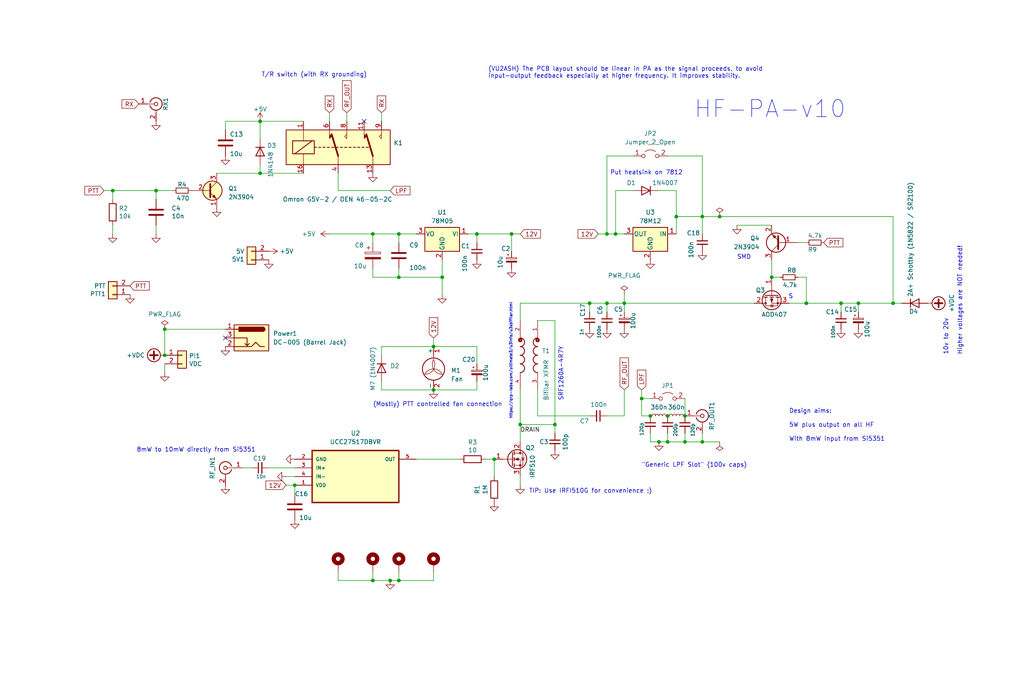
<source format=kicad_sch>
(kicad_sch (version 20230121) (generator eeschema)
  (paper "User" 299.999 200)
  (title_block (title "Easy-PA-With-TR-Switch") (date "2023-08-27") (rev "v1.11") (company "Author: Dhiru Kholia (VU3CER)") (comment 1 "Designed for https://github.com/kholia/Easy-Digital-Beacons-v1 project") (comment 2 "Motivation: We need usable power on the 10m band!") (comment 3 "Based on designs from Henning Paul"))
  (lib_symbols
    (symbol "+VDC_1" (power) (pin_names (offset 0))
      (property "Value" "+VDC_1" (at 0 6.35 0))
      (symbol "+VDC_1_1_1"
        (pin power_in line (at 0 0 90) (length 0) hide (name "+VDC") (number "1"))
      )
    )
    (symbol "Connector:Barrel_Jack_Switch" (pin_names hide)
      (property "Reference" "J" (at 0 5.334 0))
      (property "Value" "Barrel_Jack_Switch" (at 0 -5.08 0))
      (symbol "Barrel_Jack_Switch_1_1"
        (pin passive line (at 7.62 2.54 180) (length 2.54) (name "~") (number "1"))
        (pin passive line (at 7.62 -2.54 180) (length 2.54) (name "~") (number "2"))
        (pin passive line (at 7.62 0 180) (length 2.54) (name "~") (number "3"))
      )
    )
    (symbol "Connector:Conn_Coaxial" (pin_names (offset 1.016) hide)
      (property "Reference" "J" (at 0.254 3.048 0))
      (property "Value" "Conn_Coaxial" (at 2.921 0 90))
      (symbol "Conn_Coaxial_1_1"
        (pin passive line (at -5.08 0 0) (length 2.54) (name "In") (number "1"))
        (pin passive line (at 0 -5.08 90) (length 2.54) (name "Ext") (number "2"))
      )
    )
    (symbol "Connector_Generic:Conn_01x02" (pin_names (offset 1.016) hide)
      (property "Reference" "J" (at 0 2.54 0))
      (property "Value" "Conn_01x02" (at 0 -5.08 0))
      (symbol "Conn_01x02_1_1"
        (pin passive line (at -5.08 0 0) (length 3.81) (name "Pin_1") (number "1"))
        (pin passive line (at -5.08 -2.54 0) (length 3.81) (name "Pin_2") (number "2"))
      )
    )
    (symbol "Device:C" (pin_numbers hide) (pin_names (offset 0.254))
      (property "Reference" "C" (at 0.635 2.54 0))
      (property "Value" "C" (at 0.635 -2.54 0))
      (symbol "C_1_1"
        (pin passive line (at 0 3.81 270) (length 2.794) (name "~") (number "1"))
        (pin passive line (at 0 -3.81 90) (length 2.794) (name "~") (number "2"))
      )
    )
    (symbol "Device:C_Polarized" (pin_numbers hide) (pin_names (offset 0.254))
      (property "Reference" "C" (at 0.635 2.54 0))
      (property "Value" "C_Polarized" (at 0.635 -2.54 0))
      (symbol "C_Polarized_1_1"
        (pin passive line (at 0 3.81 270) (length 2.794) (name "~") (number "1"))
        (pin passive line (at 0 -3.81 90) (length 2.794) (name "~") (number "2"))
      )
    )
    (symbol "Device:C_Polarized_Small" (pin_numbers hide) (pin_names (offset 0.254) hide)
      (property "Reference" "C" (at 0.254 1.778 0))
      (property "Value" "C_Polarized_Small" (at 0.254 -2.032 0))
      (symbol "C_Polarized_Small_1_1"
        (pin passive line (at 0 2.54 270) (length 1.8542) (name "~") (number "1"))
        (pin passive line (at 0 -2.54 90) (length 1.8542) (name "~") (number "2"))
      )
    )
    (symbol "Device:C_Small" (pin_numbers hide) (pin_names (offset 0.254) hide)
      (property "Reference" "C" (at 0.254 1.778 0))
      (property "Value" "C_Small" (at 0.254 -2.032 0))
      (symbol "C_Small_1_1"
        (pin passive line (at 0 2.54 270) (length 2.032) (name "~") (number "1"))
        (pin passive line (at 0 -2.54 90) (length 2.032) (name "~") (number "2"))
      )
    )
    (symbol "Device:D" (pin_numbers hide) (pin_names (offset 1.016) hide)
      (property "Reference" "D" (at 0 2.54 0))
      (property "Value" "D" (at 0 -2.54 0))
      (symbol "D_1_1"
        (pin passive line (at -3.81 0 0) (length 2.54) (name "K") (number "1"))
        (pin passive line (at 3.81 0 180) (length 2.54) (name "A") (number "2"))
      )
    )
    (symbol "Device:L_Small" (pin_numbers hide) (pin_names (offset 0.254) hide)
      (property "Reference" "L" (at 0.762 1.016 0))
      (property "Value" "L_Small" (at 0.762 -1.016 0))
      (symbol "L_Small_1_1"
        (pin passive line (at 0 2.54 270) (length 0.508) (name "~") (number "1"))
        (pin passive line (at 0 -2.54 90) (length 0.508) (name "~") (number "2"))
      )
    )
    (symbol "Device:R" (pin_numbers hide) (pin_names (offset 0))
      (property "Reference" "R" (at 2.032 0 90))
      (property "Value" "R" (at 0 0 90))
      (symbol "R_1_1"
        (pin passive line (at 0 3.81 270) (length 1.27) (name "~") (number "1"))
        (pin passive line (at 0 -3.81 90) (length 1.27) (name "~") (number "2"))
      )
    )
    (symbol "Device:R_Small" (pin_numbers hide) (pin_names (offset 0.254) hide)
      (property "Reference" "R" (at 0.762 0.508 0))
      (property "Value" "R_Small" (at 0.762 -1.016 0))
      (symbol "R_Small_1_1"
        (pin passive line (at 0 2.54 270) (length 0.762) (name "~") (number "1"))
        (pin passive line (at 0 -2.54 90) (length 0.762) (name "~") (number "2"))
      )
    )
    (symbol "Diode:1N4007" (pin_numbers hide) (pin_names hide)
      (property "Reference" "D" (at 0 2.54 0))
      (property "Value" "1N4007" (at 0 -2.54 0))
      (symbol "1N4007_1_1"
        (pin passive line (at -3.81 0 0) (length 2.54) (name "K") (number "1"))
        (pin passive line (at 3.81 0 180) (length 2.54) (name "A") (number "2"))
      )
    )
    (symbol "Diode:1N4148" (pin_numbers hide) (pin_names hide)
      (property "Reference" "D" (at 0 2.54 0))
      (property "Value" "1N4148" (at 0 -2.54 0))
      (property "Sim.Device" "D" (at 0 0 0))
      (property "Sim.Pins" "1=K 2=A" (at 0 0 0))
      (symbol "1N4148_1_1"
        (pin passive line (at -3.81 0 0) (length 2.54) (name "K") (number "1"))
        (pin passive line (at 3.81 0 180) (length 2.54) (name "A") (number "2"))
      )
    )
    (symbol "Jumper:Jumper_2_Open" (pin_names (offset 0) hide)
      (property "Reference" "JP" (at 0 2.794 0))
      (property "Value" "Jumper_2_Open" (at 0 -2.286 0))
      (symbol "Jumper_2_Open_1_1"
        (pin passive line (at -5.08 0 0) (length 2.54) (name "A") (number "1"))
        (pin passive line (at 5.08 0 180) (length 2.54) (name "B") (number "2"))
      )
    )
    (symbol "Mechanical:MountingHole_Pad" (pin_numbers hide) (pin_names (offset 1.016) hide)
      (property "Reference" "H" (at 0 6.35 0))
      (property "Value" "MountingHole_Pad" (at 0 4.445 0))
      (symbol "MountingHole_Pad_1_1"
        (pin input line (at 0 -2.54 90) (length 2.54) (name "1") (number "1"))
      )
    )
    (symbol "Motor:Fan" (pin_names (offset 0))
      (property "Reference" "M" (at 2.54 5.08 0))
      (property "Value" "Fan" (at 2.54 -2.54 0))
      (symbol "Fan_1_1"
        (pin passive line (at 0 7.62 270) (length 2.54) (name "+") (number "1"))
        (pin passive line (at 0 -5.08 90) (length 2.54) (name "-") (number "2"))
      )
    )
    (symbol "PCM_Transistor_BJT_AKL:2N3904" (pin_names hide)
      (property "Reference" "Q" (at 5.08 1.27 0))
      (property "Value" "2N3904" (at 5.08 -1.27 0))
      (symbol "2N3904_1_1"
        (pin passive line (at 2.54 -5.08 90) (length 2.54) (name "E") (number "1"))
        (pin passive line (at -5.08 0 0) (length 5.715) (name "B") (number "2"))
        (pin passive line (at 2.54 5.08 270) (length 2.54) (name "C") (number "3"))
      )
    )
    (symbol "Regulator_Linear:L7812" (pin_names (offset 0.254))
      (property "Reference" "U" (at -3.81 3.175 0))
      (property "Value" "L7812" (at 0 3.175 0))
      (symbol "L7812_1_1"
        (pin power_in line (at -7.62 0 0) (length 2.54) (name "IN") (number "1"))
        (pin power_in line (at 0 -7.62 90) (length 2.54) (name "GND") (number "2"))
        (pin power_out line (at 7.62 0 180) (length 2.54) (name "OUT") (number "3"))
      )
    )
    (symbol "Regulator_Linear:LM78M05_TO252" (pin_names (offset 0.254))
      (property "Reference" "U" (at -3.81 3.175 0))
      (property "Value" "LM78M05_TO252" (at 0 3.175 0))
      (symbol "LM78M05_TO252_1_1"
        (pin power_in line (at -7.62 0 0) (length 2.54) (name "VI") (number "1"))
        (pin power_in line (at 0 -7.62 90) (length 2.54) (name "GND") (number "2"))
        (pin power_out line (at 7.62 0 180) (length 2.54) (name "VO") (number "3"))
      )
    )
    (symbol "Relay:G5V-2"
      (property "Reference" "K" (at 16.51 3.81 0))
      (property "Value" "G5V-2" (at 16.51 1.27 0))
      (symbol "G5V-2_1_1"
        (pin passive line (at -10.16 7.62 270) (length 2.54) (name "~") (number "1"))
        (pin passive line (at 7.62 7.62 270) (length 2.54) (name "~") (number "11"))
        (pin passive line (at 10.16 -7.62 90) (length 2.54) (name "~") (number "13"))
        (pin passive line (at -10.16 -7.62 90) (length 2.54) (name "~") (number "16"))
        (pin passive line (at 0 -7.62 90) (length 2.54) (name "~") (number "4"))
        (pin passive line (at -2.54 7.62 270) (length 2.54) (name "~") (number "6"))
        (pin passive line (at 2.54 7.62 270) (length 2.54) (name "~") (number "8"))
        (pin passive line (at 12.7 7.62 270) (length 2.54) (name "~") (number "9"))
      )
    )
    (symbol "SRF1260A-4R7Y:SRF1260A-4R7Y" (pin_names (offset 1.016))
      (property "Reference" "L" (at -7.631 5.0873 0))
      (property "Value" "SRF1260A-4R7Y" (at -7.6349 -7.6349 0))
      (symbol "SRF1260A-4R7Y_0_0"
        (pin passive line (at -10.16 2.54 0) (length 5.08) (name "~") (number "1"))
        (pin passive line (at -10.16 -2.54 0) (length 5.08) (name "~") (number "2"))
        (pin passive line (at 10.16 2.54 180) (length 5.08) (name "~") (number "3"))
        (pin passive line (at 10.16 -2.54 180) (length 5.08) (name "~") (number "4"))
      )
    )
    (symbol "Transistor_BJT:MMBT3904" (pin_names (offset 0) hide)
      (property "Reference" "Q" (at 5.08 1.905 0))
      (property "Value" "MMBT3904" (at 5.08 0 0))
      (symbol "MMBT3904_1_1"
        (pin input line (at -5.08 0 0) (length 5.715) (name "B") (number "1"))
        (pin passive line (at 2.54 -5.08 90) (length 2.54) (name "E") (number "2"))
        (pin passive line (at 2.54 5.08 270) (length 2.54) (name "C") (number "3"))
      )
    )
    (symbol "Transistor_FET:IRF540N" (pin_names hide)
      (property "Reference" "Q" (at 6.35 1.905 0))
      (property "Value" "IRF540N" (at 6.35 0 0))
      (symbol "IRF540N_1_1"
        (pin input line (at -5.08 0 0) (length 2.54) (name "G") (number "1"))
        (pin passive line (at 2.54 5.08 270) (length 2.54) (name "D") (number "2"))
        (pin passive line (at 2.54 -5.08 90) (length 2.54) (name "S") (number "3"))
      )
    )
    (symbol "Transistor_FET:IRF9540N" (pin_names hide)
      (property "Reference" "Q" (at 5.08 1.905 0))
      (property "Value" "IRF9540N" (at 5.08 0 0))
      (symbol "IRF9540N_1_1"
        (pin input line (at -5.08 0 0) (length 2.54) (name "G") (number "1"))
        (pin passive line (at 2.54 5.08 270) (length 2.54) (name "D") (number "2"))
        (pin passive line (at 2.54 -5.08 90) (length 2.54) (name "S") (number "3"))
      )
    )
    (symbol "UCC27517DBVR:UCC27517DBVR" (pin_names (offset 1.016))
      (property "Reference" "U" (at -12.7 8.62 0))
      (property "Value" "UCC27517DBVR" (at -12.7 -11.62 0))
      (symbol "UCC27517DBVR_0_0"
        (pin input line (at -17.78 -2.54 0) (length 5.08) (name "VDD") (number "1"))
        (pin input line (at -17.78 5.08 0) (length 5.08) (name "GND") (number "2"))
        (pin input line (at -17.78 2.54 0) (length 5.08) (name "IN+") (number "3"))
        (pin input line (at -17.78 0 0) (length 5.08) (name "IN-") (number "4"))
        (pin output line (at 17.78 5.08 180) (length 5.08) (name "OUT") (number "5"))
      )
    )
    (symbol "power:+5V" (power) (pin_names (offset 0))
      (property "Value" "+5V" (at 0 3.556 0))
      (symbol "+5V_1_1"
        (pin power_in line (at 0 0 90) (length 0) hide (name "+5V") (number "1"))
      )
    )
    (symbol "power:+VDC" (power) (pin_names (offset 0))
      (property "Value" "+VDC" (at 0 6.35 0))
      (symbol "+VDC_1_1"
        (pin power_in line (at 0 0 90) (length 0) hide (name "+VDC") (number "1"))
      )
    )
    (symbol "power:GND" (power) (pin_names (offset 0))
      (property "Value" "GND" (at 0 -3.81 0))
      (symbol "GND_1_1"
        (pin power_in line (at 0 0 270) (length 0) hide (name "GND") (number "1"))
      )
    )
    (symbol "power:PWR_FLAG" (power) (pin_numbers hide) (pin_names (offset 0) hide)
      (property "Value" "PWR_FLAG" (at 0 3.81 0))
      (symbol "PWR_FLAG_0_0"
        (pin power_out line (at 0 0 90) (length 0) (name "pwr") (number "1"))
      )
    )
  )
  (junction (at 205.74 129.54))
  (junction (at 193.04 129.54))
  (junction (at 162.56 124.46))
  (junction (at 261.62 88.9))
  (junction (at 187.96 116.84))
  (junction (at 139.7 68.58))
  (junction (at 195.58 129.54))
  (junction (at 86.36 142.24))
  (junction (at 127 101.6))
  (junction (at 246.38 88.9))
  (junction (at 127 114.3))
  (junction (at 210.82 63.5))
  (junction (at 116.84 68.58))
  (junction (at 109.22 68.58))
  (junction (at 45.72 55.88))
  (junction (at 177.8 68.58))
  (junction (at 129.54 81.28))
  (junction (at 109.22 170.18))
  (junction (at 190.5 121.92))
  (junction (at 200.66 121.92))
  (junction (at 236.22 88.9))
  (junction (at 116.84 81.28))
  (junction (at 48.26 104.14))
  (junction (at 195.58 121.92))
  (junction (at 177.8 88.9))
  (junction (at 116.84 170.18))
  (junction (at 114.3 170.18))
  (junction (at 172.72 88.9))
  (junction (at 200.66 129.54))
  (junction (at 144.78 134.62))
  (junction (at 152.4 124.46))
  (junction (at 182.88 88.9))
  (junction (at 251.46 88.9))
  (junction (at 180.34 68.58))
  (junction (at 198.12 63.5))
  (junction (at 33.02 55.88))
  (junction (at 226.06 81.28))
  (junction (at 76.2 50.8))
  (junction (at 48.26 96.52))
  (junction (at 205.74 63.5))
  (junction (at 149.86 68.58))
  (junction (at 76.2 35.56))
  (no_connect (at 66.04 99.06))
  (no_connect (at 106.68 35.56))
  (wire (pts (xy 152.4 88.9) (xy 172.72 88.9)))
  (wire (pts (xy 195.58 45.72) (xy 205.74 45.72)))
  (wire (pts (xy 66.04 35.56) (xy 66.04 38.1)))
  (wire (pts (xy 111.76 33.02) (xy 111.76 35.56)))
  (wire (pts (xy 246.38 88.9) (xy 251.46 88.9)))
  (wire (pts (xy 144.78 139.7) (xy 144.78 134.62)))
  (wire (pts (xy 127 170.18) (xy 127 167.64)))
  (wire (pts (xy 111.76 101.6) (xy 111.76 104.14)))
  (wire (pts (xy 116.84 68.58) (xy 116.84 71.12)))
  (wire (pts (xy 157.48 93.98) (xy 162.56 93.98)))
  (wire (pts (xy 45.72 55.88) (xy 45.72 58.42)))
  (wire (pts (xy 200.66 129.54) (xy 205.74 129.54)))
  (wire (pts (xy 139.7 101.6) (xy 139.7 106.68)))
  (wire (pts (xy 139.7 71.12) (xy 139.7 68.58)))
  (wire (pts (xy 198.12 68.58) (xy 198.12 63.5)))
  (wire (pts (xy 127 101.6) (xy 139.7 101.6)))
  (wire (pts (xy 172.72 88.9) (xy 177.8 88.9)))
  (wire (pts (xy 200.66 127) (xy 200.66 129.54)))
  (wire (pts (xy 45.72 55.88) (xy 50.8 55.88)))
  (wire (pts (xy 157.48 114.3) (xy 157.48 121.92)))
  (wire (pts (xy 210.82 63.5) (xy 261.62 63.5)))
  (wire (pts (xy 177.8 88.9) (xy 177.8 91.44)))
  (wire (pts (xy 226.06 81.28) (xy 228.6 81.28)))
  (wire (pts (xy 109.22 81.28) (xy 116.84 81.28)))
  (wire (pts (xy 251.46 88.9) (xy 251.46 91.44)))
  (wire (pts (xy 48.26 96.52) (xy 48.26 104.14)))
  (wire (pts (xy 86.36 142.24) (xy 86.36 144.78)))
  (wire (pts (xy 111.76 114.3) (xy 127 114.3)))
  (wire (pts (xy 48.26 96.52) (xy 66.04 96.52)))
  (wire (pts (xy 83.82 139.7) (xy 86.36 139.7)))
  (wire (pts (xy 33.02 58.42) (xy 33.02 55.88)))
  (wire (pts (xy 45.72 66.04) (xy 45.72 68.58)))
  (wire (pts (xy 261.62 88.9) (xy 264.16 88.9)))
  (wire (pts (xy 152.4 93.98) (xy 152.4 88.9)))
  (wire (pts (xy 180.34 55.88) (xy 185.42 55.88)))
  (wire (pts (xy 157.48 121.92) (xy 172.72 121.92)))
  (wire (pts (xy 193.04 55.88) (xy 198.12 55.88)))
  (wire (pts (xy 233.68 71.12) (xy 236.22 71.12)))
  (wire (pts (xy 99.06 170.18) (xy 109.22 170.18)))
  (wire (pts (xy 114.3 170.18) (xy 116.84 170.18)))
  (wire (pts (xy 162.56 93.98) (xy 162.56 124.46)))
  (wire (pts (xy 99.06 50.8) (xy 99.06 55.88)))
  (wire (pts (xy 152.4 124.46) (xy 152.4 129.54)))
  (wire (pts (xy 116.84 81.28) (xy 129.54 81.28)))
  (wire (pts (xy 76.2 35.56) (xy 88.9 35.56)))
  (wire (pts (xy 109.22 68.58) (xy 116.84 68.58)))
  (wire (pts (xy 152.4 142.24) (xy 152.4 139.7)))
  (wire (pts (xy 172.72 88.9) (xy 172.72 91.44)))
  (wire (pts (xy 109.22 167.64) (xy 109.22 170.18)))
  (wire (pts (xy 187.96 116.84) (xy 190.5 116.84)))
  (wire (pts (xy 127 99.06) (xy 127 101.6)))
  (wire (pts (xy 193.04 129.54) (xy 195.58 129.54)))
  (wire (pts (xy 182.88 88.9) (xy 220.98 88.9)))
  (wire (pts (xy 99.06 55.88) (xy 114.3 55.88)))
  (wire (pts (xy 205.74 68.58) (xy 205.74 63.5)))
  (wire (pts (xy 127 114.3) (xy 139.7 114.3)))
  (wire (pts (xy 111.76 111.76) (xy 111.76 114.3)))
  (wire (pts (xy 195.58 127) (xy 195.58 129.54)))
  (wire (pts (xy 33.02 55.88) (xy 45.72 55.88)))
  (wire (pts (xy 109.22 71.12) (xy 109.22 68.58)))
  (wire (pts (xy 149.86 68.58) (xy 152.4 68.58)))
  (wire (pts (xy 109.22 81.28) (xy 109.22 78.74)))
  (wire (pts (xy 177.8 45.72) (xy 177.8 68.58)))
  (wire (pts (xy 182.88 88.9) (xy 182.88 91.44)))
  (wire (pts (xy 236.22 88.9) (xy 246.38 88.9)))
  (wire (pts (xy 187.96 116.84) (xy 187.96 121.92)))
  (wire (pts (xy 48.26 109.22) (xy 48.26 106.68)))
  (wire (pts (xy 226.06 76.2) (xy 226.06 81.28)))
  (wire (pts (xy 180.34 55.88) (xy 180.34 68.58)))
  (wire (pts (xy 99.06 167.64) (xy 99.06 170.18)))
  (wire (pts (xy 187.96 121.92) (xy 190.5 121.92)))
  (wire (pts (xy 185.42 45.72) (xy 177.8 45.72)))
  (wire (pts (xy 142.24 134.62) (xy 144.78 134.62)))
  (wire (pts (xy 175.26 68.58) (xy 177.8 68.58)))
  (wire (pts (xy 116.84 78.74) (xy 116.84 81.28)))
  (wire (pts (xy 71.12 137.16) (xy 73.66 137.16)))
  (wire (pts (xy 205.74 129.54) (xy 205.74 127)))
  (wire (pts (xy 121.92 134.62) (xy 134.62 134.62)))
  (wire (pts (xy 116.84 68.58) (xy 121.92 68.58)))
  (wire (pts (xy 152.4 124.46) (xy 162.56 124.46)))
  (wire (pts (xy 111.76 101.6) (xy 127 101.6)))
  (wire (pts (xy 177.8 88.9) (xy 182.88 88.9)))
  (wire (pts (xy 129.54 86.36) (xy 129.54 81.28)))
  (wire (pts (xy 195.58 129.54) (xy 200.66 129.54)))
  (wire (pts (xy 83.82 142.24) (xy 86.36 142.24)))
  (wire (pts (xy 231.14 88.9) (xy 236.22 88.9)))
  (wire (pts (xy 116.84 170.18) (xy 127 170.18)))
  (wire (pts (xy 205.74 63.5) (xy 210.82 63.5)))
  (wire (pts (xy 149.86 68.58) (xy 149.86 73.66)))
  (wire (pts (xy 30.48 55.88) (xy 33.02 55.88)))
  (wire (pts (xy 261.62 63.5) (xy 261.62 88.9)))
  (wire (pts (xy 187.96 114.3) (xy 187.96 116.84)))
  (wire (pts (xy 198.12 63.5) (xy 205.74 63.5)))
  (wire (pts (xy 139.7 68.58) (xy 149.86 68.58)))
  (wire (pts (xy 162.56 124.46) (xy 162.56 127)))
  (wire (pts (xy 251.46 88.9) (xy 261.62 88.9)))
  (wire (pts (xy 101.6 33.02) (xy 101.6 35.56)))
  (wire (pts (xy 78.74 137.16) (xy 86.36 137.16)))
  (wire (pts (xy 236.22 81.28) (xy 236.22 88.9)))
  (wire (pts (xy 205.74 129.54) (xy 210.82 129.54)))
  (wire (pts (xy 33.02 66.04) (xy 33.02 68.58)))
  (wire (pts (xy 76.2 35.56) (xy 76.2 40.64)))
  (wire (pts (xy 182.88 114.3) (xy 182.88 121.92)))
  (wire (pts (xy 180.34 68.58) (xy 182.88 68.58)))
  (wire (pts (xy 190.5 129.54) (xy 193.04 129.54)))
  (wire (pts (xy 177.8 68.58) (xy 180.34 68.58)))
  (wire (pts (xy 198.12 63.5) (xy 198.12 55.88)))
  (wire (pts (xy 109.22 170.18) (xy 114.3 170.18)))
  (wire (pts (xy 96.52 33.02) (xy 96.52 35.56)))
  (wire (pts (xy 76.2 50.8) (xy 76.2 48.26)))
  (wire (pts (xy 205.74 45.72) (xy 205.74 63.5)))
  (wire (pts (xy 76.2 50.8) (xy 88.9 50.8)))
  (wire (pts (xy 139.7 114.3) (xy 139.7 111.76)))
  (wire (pts (xy 96.52 68.58) (xy 109.22 68.58)))
  (wire (pts (xy 63.5 50.8) (xy 76.2 50.8)))
  (wire (pts (xy 215.9 66.04) (xy 226.06 66.04)))
  (wire (pts (xy 182.88 86.36) (xy 182.88 88.9)))
  (wire (pts (xy 152.4 114.3) (xy 152.4 124.46)))
  (wire (pts (xy 177.8 121.92) (xy 182.88 121.92)))
  (wire (pts (xy 190.5 127) (xy 190.5 129.54)))
  (wire (pts (xy 129.54 76.2) (xy 129.54 81.28)))
  (wire (pts (xy 233.68 81.28) (xy 236.22 81.28)))
  (wire (pts (xy 76.2 35.56) (xy 66.04 35.56)))
  (wire (pts (xy 246.38 88.9) (xy 246.38 91.44)))
  (wire (pts (xy 200.66 121.92) (xy 200.66 116.84)))
  (wire (pts (xy 137.16 68.58) (xy 139.7 68.58)))
  (wire (pts (xy 116.84 167.64) (xy 116.84 170.18)))
  (text "T/R switch (with RX grounding)" (at 76.5556 22.733 0) (effects (font (size 1.27 1.27)) (justify left bottom)))
  (text "(Mostly) PTT controlled fan connection" (at 109.22 119.38 0) (effects (font (size 1.27 1.27)) (justify left bottom)))
  (text "8mW to 10mW directly from Si5351" (at 74.93 132.715 0) (effects (font (size 1.27 1.27)) (justify right bottom)))
  (text "SMD" (at 215.9 76.2 0) (effects (font (size 1.27 1.27)) (justify left bottom)))
  (text "HF-PA-v10" (at 203.2 35.052 0) (effects (font (size 5 5)) (justify left bottom)))
  (text "Design aims:\n\n5W plus output on all HF\n\nWith 8mW input from Si5351" (at 231.14 129.54 0) (effects (font (size 1.27 1.27)) (justify left bottom)))
  (text "Put heatsink on 7812" (at 200.025 51.435 0) (effects (font (size 1.27 1.27)) (justify right bottom)))
  (text "SRF1260A-4R7Y" (at 165.1 117.602 90) (effects (font (size 1.27 1.27)) (justify left bottom)))
  (text "\"Generic LPF Slot\" (100v caps)" (at 187.96 137.16 0) (effects (font (size 1.27 1.27)) (justify left bottom)))
  (text "https://qrp-labs.com/ultimate3/u3info/u3sbifilar.html" (at 150.114 122.936 90) (effects (font (size 0.8 0.8)) (justify left bottom)))
  (text "10v to 20v\n\nHigher voltages are NOT needed!" (at 281.94 104.14 90) (effects (font (size 1.27 1.27)) (justify left bottom)))
  (text "(VU2ASH) The PCB layout should be linear in PA as the signal proceeds, to avoid \ninput-output feedback especially at higher frequency. It improves stability." (at 143.002 23.114 0) (effects (font (size 1.27 1.27)) (justify left bottom)))
  (text "TIP: Use IRFI510G for convenience ;)" (at 154.94 144.78 0) (effects (font (size 1.27 1.27)) (justify left bottom)))
  (text "S" (at 230.9622 87.7316 0) (effects (font (size 1.27 1.27)) (justify left bottom)))
  (label "DRAIN" (at 152.4 127 0))
  (global_label "12V" (shape input) (at 152.4 68.58 0) (property "Intersheetrefs" "${INTERSHEET_REFS}" (effects hide)))
  (global_label "RF_OUT" (shape input) (at 101.6 33.02 90) (property "Intersheetrefs" "${INTERSHEET_REFS}" (effects hide)))
  (global_label "RF_OUT" (shape input) (at 182.88 114.3 90) (property "Intersheetrefs" "${INTERSHEET_REFS}" (effects hide)))
  (global_label "PTT" (shape input) (at 38.1 83.82 0) (property "Intersheetrefs" "${INTERSHEET_REFS}" (effects hide)))
  (global_label "LPF" (shape input) (at 114.3 55.88 0) (property "Intersheetrefs" "${INTERSHEET_REFS}" (effects hide)))
  (global_label "RX" (shape input) (at 40.64 30.48 180) (property "Intersheetrefs" "${INTERSHEET_REFS}" (effects hide)))
  (global_label "12V" (shape input) (at 175.26 68.58 180) (property "Intersheetrefs" "${INTERSHEET_REFS}" (effects hide)))
  (global_label "PTT" (shape input) (at 30.48 55.88 180) (property "Intersheetrefs" "${INTERSHEET_REFS}" (effects hide)))
  (global_label "12V" (shape input) (at 83.82 142.24 180) (property "Intersheetrefs" "${INTERSHEET_REFS}" (effects hide)))
  (global_label "RX" (shape input) (at 96.52 33.02 90) (property "Intersheetrefs" "${INTERSHEET_REFS}" (effects hide)))
  (global_label "RX" (shape input) (at 111.76 33.02 90) (property "Intersheetrefs" "${INTERSHEET_REFS}" (effects hide)))
  (global_label "12V" (shape input) (at 127 99.06 90) (property "Intersheetrefs" "${INTERSHEET_REFS}" (effects hide)))
  (global_label "LPF" (shape input) (at 187.96 114.3 90) (property "Intersheetrefs" "${INTERSHEET_REFS}" (effects hide)))
  (global_label "PTT" (shape input) (at 241.3 71.12 0) (property "Intersheetrefs" "${INTERSHEET_REFS}" (effects hide)))
  (symbol (lib_id "Device:C_Polarized_Small") (at 182.88 93.98 0) (unit 1)
    (property "Reference" "C5" (at 179.832 90.678 0) (effects (justify left)))
    (property "Value" "100u" (at 185.42 96.52 90) (effects (justify left)))
    (property "Footprint" "Capacitor_THT:CP_Radial_D5.0mm_P2.50mm" (effects hide))
  )
  (symbol (lib_id "Device:C_Small") (at 175.26 121.92 270) (unit 1)
    (property "Reference" "C7" (at 171.196 123.444 90))
    (property "Value" "100n" (at 175.387 118.618 90))
    (property "Footprint" "Capacitor_SMD:C_1206_3216Metric_Pad1.33x1.80mm_HandSolder" (effects hide))
  )
  (symbol (lib_id "Connector_Generic:Conn_01x02") (at 53.34 104.14 0) (unit 1)
    (property "Reference" "PI1" (at 55.372 104.3432 0) (effects (justify left)))
    (property "Value" "VDC" (at 55.372 106.6546 0) (effects (justify left)))
    (property "Footprint" "Connector_PinHeader_2.54mm:PinHeader_1x02_P2.54mm_Vertical" (effects hide))
  )
  (symbol (lib_id "power:+VDC") (at 48.26 104.14 90) (unit 1)
    (property "Reference" "#PWR0110" (effects hide))
    (property "Value" "+VDC" (at 42.4434 104.14 90) (effects (justify left)))
  )
  (symbol (lib_id "Device:R") (at 138.43 134.62 270) (unit 1)
    (property "Reference" "R3" (at 138.43 129.6416 90))
    (property "Value" "10" (at 138.43 131.953 90))
    (property "Footprint" "Resistor_SMD:R_2512_6332Metric_Pad1.40x3.35mm_HandSolder" (effects hide))
  )
  (symbol (lib_id "power:PWR_FLAG") (at 48.26 96.52 0) (unit 1)
    (property "Reference" "#FLG0103" (effects hide))
    (property "Value" "PWR_FLAG" (at 48.26 92.1258 0))
  )
  (symbol (lib_id "power:GND") (at 66.04 142.24 0) (unit 1)
    (property "Reference" "#PWR0106" (effects hide))
    (property "Value" "GND" (effects hide))
  )
  (symbol (lib_id "Device:C_Small") (at 177.8 93.98 0) (unit 1)
    (property "Reference" "C6" (at 175.768 90.932 90))
    (property "Value" "100n" (at 175.514 97.282 90) (effects (font (size 0.9906 0.9906))))
    (property "Footprint" "Capacitor_SMD:C_1206_3216Metric_Pad1.33x1.80mm_HandSolder" (effects hide))
  )
  (symbol (lib_id "power:GND") (at 33.02 68.58 0) (unit 1)
    (property "Reference" "#PWR018" (effects hide))
    (property "Value" "GNDPWR" (effects hide))
  )
  (symbol (lib_id "power:PWR_FLAG") (at 182.88 86.36 0) (unit 1)
    (property "Reference" "#FLG01" (effects hide))
    (property "Value" "PWR_FLAG" (at 182.88 80.772 0))
  )
  (symbol (lib_id "Device:C_Polarized_Small") (at 139.7 109.22 0) (unit 1)
    (property "Reference" "C20" (at 135.382 105.41 0) (effects (justify left)))
    (property "Value" "100u" (at 142.24 111.76 90) (effects (justify left)))
    (property "Footprint" "Capacitor_THT:CP_Radial_D5.0mm_P2.50mm" (effects hide))
  )
  (symbol (lib_id "Device:C_Polarized") (at 109.22 74.93 0) (unit 1)
    (property "Reference" "C8" (at 103.886 71.882 0) (effects (justify left)))
    (property "Value" "10u" (at 103.632 77.978 0) (effects (justify left)))
    (property "Footprint" "Capacitor_SMD:C_1206_3216Metric_Pad1.33x1.80mm_HandSolder" (effects hide))
  )
  (symbol (lib_id "Device:L_Small") (at 198.12 121.92 90) (unit 1)
    (property "Reference" "L2" (effects hide))
    (property "Value" "360n" (at 198.12 119.38 90))
    (property "Footprint" "Inductor_THT:L_Toroid_Vertical_L10.0mm_W5.0mm_P5.08mm" (effects hide))
  )
  (symbol (lib_id "Diode:1N4007") (at 189.23 55.88 180) (unit 1)
    (property "Reference" "D1" (at 184.912 53.594 0))
    (property "Value" "1N4007" (at 194.818 53.594 0))
    (property "Footprint" "Diode_SMD:D_SMA_Handsoldering" (effects hide))
    (property "Datasheet" "http://www.vishay.com/docs/88503/1n4001.pdf" (effects hide))
    (property "Sim.Device" "D" (effects hide))
    (property "Sim.Pins" "1=K 2=A" (effects hide))
  )
  (symbol (lib_name "+VDC_1") (lib_id "power:+VDC") (at 271.78 88.9 270) (unit 1)
    (property "Reference" "#PWR014" (effects hide))
    (property "Value" "+VDC" (at 278.765 88.9 0))
  )
  (symbol (lib_id "power:GND") (at 83.82 139.7 270) (unit 1)
    (property "Reference" "#PWR04" (effects hide))
    (property "Value" "GND" (effects hide))
  )
  (symbol (lib_id "power:GND") (at 63.5 60.96 0) (unit 1)
    (property "Reference" "#PWR023" (effects hide))
    (property "Value" "GND" (effects hide))
  )
  (symbol (lib_id "Device:C") (at 66.04 41.91 0) (unit 1)
    (property "Reference" "C13" (at 67.31 39.37 0) (effects (justify left)))
    (property "Value" "10u" (at 67.31 45.085 0) (effects (justify left)))
    (property "Footprint" "Capacitor_SMD:C_1206_3216Metric_Pad1.33x1.80mm_HandSolder" (effects hide))
  )
  (symbol (lib_id "power:GND") (at 205.74 73.66 0) (unit 1)
    (property "Reference" "#PWR029" (effects hide))
    (property "Value" "GND" (effects hide))
  )
  (symbol (lib_id "power:GND") (at 45.72 68.58 0) (unit 1)
    (property "Reference" "#PWR022" (effects hide))
    (property "Value" "GNDPWR" (effects hide))
  )
  (symbol (lib_id "Device:C_Polarized_Small") (at 251.46 93.98 0) (unit 1)
    (property "Reference" "C15" (at 247.269 90.678 0) (effects (justify left)))
    (property "Value" "100u" (at 254 99.06 90) (effects (justify left)))
    (property "Footprint" "Capacitor_THT:CP_Radial_D5.0mm_P2.50mm" (effects hide))
  )
  (symbol (lib_id "Connector:Conn_Coaxial") (at 66.04 137.16 0) (mirror y) (unit 1)
    (property "Reference" "RF_IN1" (at 62.23 137.16 90))
    (property "Value" "SMA" (effects hide))
    (property "Footprint" "Connector_Coaxial:SMA_Samtec_SMA-J-P-X-ST-EM1_EdgeMount" (effects hide))
    (property "Datasheet" " ~" (effects hide))
  )
  (symbol (lib_id "Device:C_Small") (at 246.38 93.98 0) (unit 1)
    (property "Reference" "C14" (at 243.84 91.44 0))
    (property "Value" "100n" (at 244.094 97.282 90) (effects (font (size 0.9906 0.9906))))
    (property "Footprint" "Capacitor_SMD:C_1206_3216Metric_Pad1.33x1.80mm_HandSolder" (effects hide))
  )
  (symbol (lib_id "power:+5V") (at 76.2 35.56 0) (unit 1)
    (property "Reference" "#PWR024" (effects hide))
    (property "Value" "+5V" (at 76.2 32.004 0))
  )
  (symbol (lib_id "Device:R") (at 144.78 143.51 0) (unit 1)
    (property "Reference" "R1" (at 139.8016 143.51 90))
    (property "Value" "1M" (at 142.113 143.51 90))
    (property "Footprint" "Resistor_SMD:R_1206_3216Metric_Pad1.30x1.75mm_HandSolder" (effects hide))
  )
  (symbol (lib_id "Diode:1N4148") (at 76.2 44.45 270) (unit 1)
    (property "Reference" "D3" (at 78.232 42.672 90) (effects (justify left)))
    (property "Value" "1N4148" (at 79.248 44.45 0) (effects (justify left)))
    (property "Footprint" "Diode_THT:D_DO-35_SOD27_P2.54mm_Vertical_KathodeUp" (effects hide))
    (property "Datasheet" "https://assets.nexperia.com/documents/data-sheet/1N4148_1N4448.pdf" (effects hide))
  )
  (symbol (lib_id "power:GND") (at 127 114.3 0) (mirror y) (unit 1)
    (property "Reference" "#PWR031" (effects hide))
    (property "Value" "GND" (effects hide))
  )
  (symbol (lib_id "Device:D") (at 267.97 88.9 0) (unit 1)
    (property "Reference" "D4" (at 268.986 91.313 0) (effects (justify right)))
    (property "Value" "2A+ Schottky (1N5822 / SR2100)" (at 266.7 53.34 90) (effects (justify right)))
    (property "Footprint" "Diode_THT:D_DO-41_SOD81_P2.54mm_Vertical_KathodeUp" (effects hide))
    (property "Sim.Device" "D" (effects hide))
    (property "Sim.Pins" "1=K 2=A" (effects hide))
  )
  (symbol (lib_id "power:GND") (at 182.88 96.52 0) (unit 1)
    (property "Reference" "#PWR0103" (effects hide))
    (property "Value" "GND" (effects hide))
  )
  (symbol (lib_id "Device:C_Small") (at 195.58 124.46 0) (unit 1)
    (property "Reference" "C11" (effects hide))
    (property "Value" "200p" (at 197.866 128.016 90) (effects (font (size 1 1)) (justify left)))
    (property "Footprint" "Capacitor_THT:C_Disc_D3.0mm_W2.0mm_P2.50mm" (effects hide))
  )
  (symbol (lib_id "power:GND") (at 66.04 45.72 0) (unit 1)
    (property "Reference" "#PWR010" (effects hide))
    (property "Value" "GNDPWR" (effects hide))
  )
  (symbol (lib_id "Device:C_Small") (at 76.2 137.16 90) (unit 1)
    (property "Reference" "C19" (at 77.978 134.366 90) (effects (justify left)))
    (property "Value" "10n" (at 77.978 139.7 90) (effects (font (size 1 1)) (justify left)))
    (property "Footprint" "Capacitor_SMD:C_1206_3216Metric_Pad1.33x1.80mm_HandSolder" (effects hide))
  )
  (symbol (lib_id "power:PWR_FLAG") (at 210.82 129.54 180) (unit 1)
    (property "Reference" "#FLG02" (effects hide))
    (property "Value" "PWR_FLAG" (effects hide))
  )
  (symbol (lib_id "Jumper:Jumper_2_Open") (at 190.5 45.72 0) (unit 1)
    (property "Reference" "JP2" (at 190.5 39.116 0))
    (property "Value" "Jumper_2_Open" (at 190.5 41.656 0))
    (property "Footprint" "Jumper:SolderJumper-2_P1.3mm_Open_TrianglePad1.0x1.5mm" (effects hide))
  )
  (symbol (lib_id "power:GND") (at 149.86 78.74 0) (unit 1)
    (property "Reference" "#PWR08" (effects hide))
    (property "Value" "GND" (effects hide))
  )
  (symbol (lib_id "Device:C") (at 86.36 148.59 0) (unit 1)
    (property "Reference" "C16" (at 86.36 144.78 0) (effects (justify left)))
    (property "Value" "10u" (at 87.63 151.765 0) (effects (justify left)))
    (property "Footprint" "Capacitor_SMD:C_1206_3216Metric_Pad1.33x1.80mm_HandSolder" (effects hide))
  )
  (symbol (lib_id "power:GND") (at 162.56 132.08 0) (mirror y) (unit 1)
    (property "Reference" "#PWR015" (effects hide))
    (property "Value" "GND" (effects hide))
  )
  (symbol (lib_id "power:GND") (at 66.04 101.6 0) (unit 1)
    (property "Reference" "#PWR019" (effects hide))
    (property "Value" "GNDPWR" (effects hide))
  )
  (symbol (lib_id "Connector:Conn_Coaxial") (at 205.74 121.92 0) (unit 1)
    (property "Reference" "RF_OUT1" (at 208.534 121.92 90))
    (property "Value" "SMA" (effects hide))
    (property "Footprint" "Connector_Coaxial:SMA_Samtec_SMA-J-P-X-ST-EM1_EdgeMount" (effects hide))
    (property "Datasheet" " ~" (effects hide))
  )
  (symbol (lib_id "power:GND") (at 78.74 76.2 0) (unit 1)
    (property "Reference" "#PWR020" (effects hide))
    (property "Value" "GND" (effects hide))
  )
  (symbol (lib_id "Diode:1N4007") (at 111.76 107.95 270) (unit 1)
    (property "Reference" "D2" (at 114.3 107.315 90) (effects (justify left)))
    (property "Value" "M7 (1N4007)" (at 109.22 101.6 0) (effects (justify left)))
    (property "Footprint" "Diode_SMD:D_SMA_Handsoldering" (effects hide))
    (property "Datasheet" "http://www.vishay.com/docs/88503/1n4001.pdf" (effects hide))
  )
  (symbol (lib_id "power:GND") (at 190.5 76.2 0) (unit 1)
    (property "Reference" "#PWR017" (effects hide))
    (property "Value" "GND" (effects hide))
  )
  (symbol (lib_id "Device:R_Small") (at 238.76 71.12 90) (unit 1)
    (property "Reference" "R9" (at 237.998 73.152 90))
    (property "Value" "4.7k" (at 238.76 69.088 90))
    (property "Footprint" "Resistor_SMD:R_1206_3216Metric_Pad1.30x1.75mm_HandSolder" (effects hide))
  )
  (symbol (lib_id "Device:C_Small") (at 190.5 124.46 0) (unit 1)
    (property "Reference" "C10" (effects hide))
    (property "Value" "120p" (at 187.96 127.762 90) (effects (font (size 1 1)) (justify left)))
    (property "Footprint" "Capacitor_THT:C_Disc_D3.0mm_W2.0mm_P2.50mm" (effects hide))
  )
  (symbol (lib_id "power:GND") (at 193.04 129.54 0) (mirror y) (unit 1)
    (property "Reference" "#PWR016" (effects hide))
    (property "Value" "GND" (effects hide))
  )
  (symbol (lib_id "Device:C_Small") (at 205.74 71.12 0) (unit 1)
    (property "Reference" "C18" (at 201.168 68.326 0) (effects (justify left)))
    (property "Value" "100n" (at 202.438 75.692 90) (effects (justify left)))
    (property "Footprint" "Capacitor_SMD:C_1206_3216Metric_Pad1.33x1.80mm_HandSolder" (effects hide))
  )
  (symbol (lib_id "Mechanical:MountingHole_Pad") (at 116.84 165.1 0) (unit 1)
    (property "Reference" "H3" (effects hide))
    (property "Value" "MountingHole_Pad" (effects hide))
    (property "Footprint" "MountingHole:MountingHole_2.2mm_M2_Pad" (effects hide))
  )
  (symbol (lib_id "power:GND") (at 251.46 96.52 0) (unit 1)
    (property "Reference" "#PWR013" (effects hide))
    (property "Value" "GND" (effects hide))
  )
  (symbol (lib_id "Transistor_BJT:MMBT3904") (at 228.6 71.12 180) (unit 1)
    (property "Reference" "Q4" (at 222.504 69.8499 0) (effects (justify left)))
    (property "Value" "2N3904" (at 222.504 72.3899 0) (effects (justify left)))
    (property "Footprint" "Package_TO_SOT_SMD:SOT-23_Handsoldering" (effects hide))
    (property "Datasheet" "https://www.onsemi.com/pdf/datasheet/pzt3904-d.pdf" (effects hide))
  )
  (symbol (lib_id "PCM_Transistor_BJT_AKL:2N3904") (at 60.96 55.88 0) (unit 1)
    (property "Reference" "Q1" (at 66.8782 55.245 0) (effects (justify left)))
    (property "Value" "2N3904" (at 66.8782 57.785 0) (effects (justify left)))
    (property "Footprint" "Package_TO_SOT_THT:TO-92_HandSolder" (effects hide))
    (property "Datasheet" "https://www.tme.eu/Document/12bff749841e3a356e683e9a8e7e4119/2N3904BU-DTE.pdf" (effects hide))
  )
  (symbol (lib_id "Device:C_Small") (at 162.56 129.54 0) (unit 1)
    (property "Reference" "C3" (at 157.988 129.54 0) (effects (justify left)))
    (property "Value" "100p" (at 165.608 132.08 90) (effects (justify left)))
    (property "Footprint" "Capacitor_SMD:C_1206_3216Metric_Pad1.33x1.80mm_HandSolder" (effects hide))
    (property "Sim.Device" "SPICE" (effects hide))
    (property "Sim.Params" "type=\"\" model=\"100n\" lib=\"\"" (effects hide))
    (property "Sim.Pins" "1=1 2=2" (effects hide))
  )
  (symbol (lib_id "power:GND") (at 109.22 50.8 0) (unit 1)
    (property "Reference" "#PWR025" (effects hide))
    (property "Value" "GND" (effects hide))
  )
  (symbol (lib_id "Regulator_Linear:LM78M05_TO252") (at 129.54 68.58 0) (mirror y) (unit 1)
    (property "Reference" "U1" (at 129.54 62.23 0))
    (property "Value" "78M05" (at 129.54 64.77 0))
    (property "Footprint" "Package_TO_SOT_SMD:TO-252-2" (effects hide))
    (property "Datasheet" "https://www.onsemi.com/pub/Collateral/MC78M00-D.PDF" (effects hide))
  )
  (symbol (lib_id "Connector_Generic:Conn_01x02") (at 33.02 86.36 180) (unit 1)
    (property "Reference" "PTT1" (at 30.988 86.1568 0) (effects (justify left)))
    (property "Value" "PTT" (at 30.988 83.8454 0) (effects (justify left)))
    (property "Footprint" "Connector_PinHeader_2.54mm:PinHeader_1x02_P2.54mm_Vertical" (effects hide))
  )
  (symbol (lib_id "Device:C_Small") (at 172.72 93.98 0) (unit 1)
    (property "Reference" "C17" (at 170.688 90.932 90))
    (property "Value" "1n" (at 170.434 97.282 90) (effects (font (size 0.9906 0.9906))))
    (property "Footprint" "Capacitor_SMD:C_1206_3216Metric_Pad1.33x1.80mm_HandSolder" (effects hide))
  )
  (symbol (lib_id "Mechanical:MountingHole_Pad") (at 109.22 165.1 0) (unit 1)
    (property "Reference" "H2" (effects hide))
    (property "Value" "MountingHole_Pad" (effects hide))
    (property "Footprint" "MountingHole:MountingHole_2.2mm_M2_Pad" (effects hide))
  )
  (symbol (lib_id "SRF1260A-4R7Y:SRF1260A-4R7Y") (at 154.94 104.14 270) (unit 1)
    (property "Reference" "T1" (at 158.75 102.87 90) (effects (justify left)))
    (property "Value" "Bifilar XFMR" (at 160.02 105.41 0) (effects (justify left)))
    (property "Footprint" "footprints:IND_SRF1260A-4R7Y" (effects hide))
    (property "MF" "Bourns" (effects hide))
    (property "MOUSER-PURCHASE-URL" "https://snapeda.com/shop?store=Mouser&id=1533338" (effects hide))
    (property "DESCRIPTION" "Shielded 2 Coil Inductor Array 27.2µH Inductance - Connected in Series 6.8µH Inductance - Connected in Parallel 18.6mOhm Max DC Resistance (DCR) - Parallel 6.64A Nonstandard" (effects hide))
    (property "PACKAGE" "Nonstandard Bourns" (effects hide))
    (property "PRICE" "None" (effects hide))
    (property "MP" "SRF1260A-6R8Y" (effects hide))
    (property "AVAILABILITY" "Warning" (effects hide))
  )
  (symbol (lib_id "Jumper:Jumper_2_Open") (at 195.58 116.84 0) (unit 1)
    (property "Reference" "JP1" (at 195.58 113.03 0))
    (property "Value" "Jumper_2_Open" (effects hide))
    (property "Footprint" "Jumper:SolderJumper-2_P1.3mm_Open_TrianglePad1.0x1.5mm" (effects hide))
  )
  (symbol (lib_id "power:GND") (at 86.36 134.62 270) (unit 1)
    (property "Reference" "#PWR02" (effects hide))
    (property "Value" "GND" (effects hide))
  )
  (symbol (lib_id "power:GND") (at 129.54 86.36 0) (unit 1)
    (property "Reference" "#PWR07" (effects hide))
    (property "Value" "GND" (effects hide))
  )
  (symbol (lib_id "power:GND") (at 139.7 76.2 0) (unit 1)
    (property "Reference" "#PWR05" (effects hide))
    (property "Value" "GND" (effects hide))
  )
  (symbol (lib_id "power:GND") (at 114.3 170.18 0) (unit 1)
    (property "Reference" "#PWR01" (effects hide))
    (property "Value" "GNDPWR" (effects hide))
  )
  (symbol (lib_id "Device:C") (at 45.72 62.23 0) (unit 1)
    (property "Reference" "C4" (at 50.2412 61.0616 0) (effects (justify left)))
    (property "Value" "10n" (at 50.2412 63.373 0) (effects (justify left)))
    (property "Footprint" "Capacitor_SMD:C_1206_3216Metric_Pad1.33x1.80mm_HandSolder" (effects hide))
  )
  (symbol (lib_id "Relay:G5V-2") (at 99.06 43.18 0) (unit 1)
    (property "Reference" "K1" (at 115.316 41.9099 0) (effects (justify left)))
    (property "Value" "Omron G5V-2 / OEN 46-05-2C" (at 82.804 58.42 0) (effects (justify left)))
    (property "Footprint" "Relay_THT:Relay_DPDT_Omron_G5V-2" (effects hide))
    (property "Datasheet" "http://omronfs.omron.com/en_US/ecb/products/pdf/en-g5v_2.pdf" (effects hide))
  )
  (symbol (lib_id "power:PWR_FLAG") (at 210.82 63.5 0) (unit 1)
    (property "Reference" "#FLG03" (effects hide))
    (property "Value" "PWR_FLAG" (effects hide))
  )
  (symbol (lib_id "Transistor_FET:IRF9540N") (at 226.06 86.36 90) (mirror x) (unit 1)
    (property "Reference" "Q3" (at 222.758 85.09 90))
    (property "Value" "AOD407" (at 226.822 92.202 90))
    (property "Footprint" "Package_TO_SOT_SMD:TO-252-2" (effects hide))
    (property "Datasheet" "http://www.irf.com/product-info/datasheets/data/irf9540n.pdf" (effects hide))
  )
  (symbol (lib_id "Connector_Generic:Conn_01x02") (at 73.66 76.2 180) (unit 1)
    (property "Reference" "5V1" (at 71.628 75.9968 0) (effects (justify left)))
    (property "Value" "5V" (at 71.628 73.6854 0) (effects (justify left)))
    (property "Footprint" "Connector_PinHeader_2.54mm:PinHeader_1x02_P2.54mm_Vertical" (effects hide))
  )
  (symbol (lib_id "power:GND") (at 144.78 147.32 0) (unit 1)
    (property "Reference" "#PWR03" (effects hide))
    (property "Value" "GND" (effects hide))
  )
  (symbol (lib_id "Device:C_Small") (at 200.66 124.46 0) (unit 1)
    (property "Reference" "C12" (effects hide))
    (property "Value" "120p" (at 202.946 128.016 90) (effects (font (size 1 1)) (justify left)))
    (property "Footprint" "Capacitor_THT:C_Disc_D3.0mm_W2.0mm_P2.50mm" (effects hide))
  )
  (symbol (lib_id "Device:R_Small") (at 231.14 81.28 90) (unit 1)
    (property "Reference" "R8" (at 231.902 79.248 90))
    (property "Value" "4.7k" (at 231.394 83.566 90))
    (property "Footprint" "Resistor_SMD:R_1206_3216Metric_Pad1.30x1.75mm_HandSolder" (effects hide))
  )
  (symbol (lib_id "Regulator_Linear:L7812") (at 190.5 68.58 0) (mirror y) (unit 1)
    (property "Reference" "U3" (at 190.5 62.23 0))
    (property "Value" "78M12" (at 190.5 64.77 0))
    (property "Footprint" "Package_TO_SOT_SMD:TO-252-2" (effects hide))
    (property "Datasheet" "http://www.st.com/content/ccc/resource/technical/document/datasheet/41/4f/b3/b0/12/d4/47/88/CD00000444.pdf/files/CD00000444.pdf/jcr:content/translations/en.CD00000444.pdf" (effects hide))
  )
  (symbol (lib_id "power:GND") (at 45.72 35.56 0) (unit 1)
    (property "Reference" "#PWR021" (effects hide))
    (property "Value" "GNDPWR" (effects hide))
  )
  (symbol (lib_id "Connector:Conn_Coaxial") (at 45.72 30.48 0) (unit 1)
    (property "Reference" "RX1" (at 48.514 30.48 90))
    (property "Value" "SMA" (effects hide))
    (property "Footprint" "Connector_Coaxial:SMA_Samtec_SMA-J-P-X-ST-EM1_EdgeMount" (effects hide))
    (property "Datasheet" " ~" (effects hide))
  )
  (symbol (lib_id "Device:R_Small") (at 53.34 55.88 90) (unit 1)
    (property "Reference" "R4" (at 53.34 54.102 90))
    (property "Value" "470" (at 53.594 58.1406 90))
    (property "Footprint" "Resistor_SMD:R_1206_3216Metric_Pad1.30x1.75mm_HandSolder" (effects hide))
  )
  (symbol (lib_id "Mechanical:MountingHole_Pad") (at 127 165.1 0) (mirror y) (unit 1)
    (property "Reference" "H4" (effects hide))
    (property "Value" "MountingHole_Pad" (effects hide))
    (property "Footprint" "MountingHole:MountingHole_2.2mm_M2_Pad" (effects hide))
  )
  (symbol (lib_id "Device:R") (at 33.02 62.23 0) (unit 1)
    (property "Reference" "R2" (at 34.798 61.0616 0) (effects (justify left)))
    (property "Value" "10k" (at 34.798 63.373 0) (effects (justify left)))
    (property "Footprint" "Resistor_SMD:R_1206_3216Metric_Pad1.30x1.75mm_HandSolder" (effects hide))
  )
  (symbol (lib_id "power:GND") (at 152.4 142.24 0) (unit 1)
    (property "Reference" "#PWR0116" (effects hide))
    (property "Value" "GND" (effects hide))
  )
  (symbol (lib_id "power:GND") (at 48.26 109.22 0) (unit 1)
    (property "Reference" "#PWR0109" (effects hide))
    (property "Value" "GND" (effects hide))
  )
  (symbol (lib_id "Connector:Barrel_Jack_Switch") (at 73.66 99.06 0) (mirror y) (unit 1)
    (property "Reference" "Power1" (at 80.01 97.7899 0) (effects (justify right)))
    (property "Value" "DC-005 (Barrel Jack)" (at 80.01 100.3299 0) (effects (justify right)))
    (property "Footprint" "footprints:XKB_DC-005-5A-2.0_Modded" (effects hide))
  )
  (symbol (lib_id "Device:C_Small") (at 139.7 73.66 0) (unit 1)
    (property "Reference" "C1" (at 135.0264 72.136 0) (effects (justify left)))
    (property "Value" "100n" (at 136.144 79.756 90) (effects (justify left)))
    (property "Footprint" "Capacitor_SMD:C_1206_3216Metric_Pad1.33x1.80mm_HandSolder" (effects hide))
  )
  (symbol (lib_id "UCC27517DBVR:UCC27517DBVR") (at 104.14 139.7 0) (unit 1)
    (property "Reference" "U2" (at 104.14 127 0))
    (property "Value" "UCC27517DBVR" (at 104.14 129.54 0))
    (property "Footprint" "Package_TO_SOT_SMD:SOT-23-5_HandSoldering" (effects hide))
    (property "MF" "Texas Instruments" (effects hide))
    (property "Description" "\n4-A/4-A single-channel gate driver with 5-V UVLO and 13-ns prop delay in SOT-23 package\n" (effects hide))
    (property "Package" "SOT-23-5 Texas Instruments" (effects hide))
    (property "Price" "None" (effects hide))
    (property "SnapEDA_Link" "https://www.snapeda.com/parts/UCC27517DBVR/Texas+Instruments/view-part/?ref=snap" (effects hide))
    (property "MP" "UCC27517DBVR" (effects hide))
    (property "Purchase-URL" "https://pricing.snapeda.com/search?q=UCC27517DBVR&ref=eda" (effects hide))
    (property "Availability" "In Stock" (effects hide))
    (property "Check_prices" "https://www.snapeda.com/parts/UCC27517DBVR/Texas+Instruments/view-part/?ref=eda" (effects hide))
  )
  (symbol (lib_id "power:GND") (at 172.72 96.52 0) (unit 1)
    (property "Reference" "#PWR028" (effects hide))
    (property "Value" "GND" (effects hide))
  )
  (symbol (lib_id "power:GND") (at 246.38 96.52 0) (unit 1)
    (property "Reference" "#PWR012" (effects hide))
    (property "Value" "GND" (effects hide))
  )
  (symbol (lib_id "power:+5V") (at 78.74 73.66 270) (unit 1)
    (property "Reference" "#PWR011" (effects hide))
    (property "Value" "+5V" (at 81.915 73.66 90) (effects (justify left)))
  )
  (symbol (lib_id "Device:L_Small") (at 193.04 121.92 90) (unit 1)
    (property "Reference" "L1" (effects hide))
    (property "Value" "360n" (at 193.04 119.38 90))
    (property "Footprint" "Inductor_THT:L_Toroid_Vertical_L10.0mm_W5.0mm_P5.08mm" (effects hide))
  )
  (symbol (lib_id "Motor:Fan") (at 127 109.22 0) (unit 1)
    (property "Reference" "M1" (at 132.08 108.585 0) (effects (justify left)))
    (property "Value" "Fan" (at 132.08 111.125 0) (effects (justify left)))
    (property "Footprint" "Connector_PinHeader_2.54mm:PinHeader_1x02_P2.54mm_Vertical_SMD_Pin1Left" (effects hide))
  )
  (symbol (lib_id "power:+5V") (at 96.52 68.58 90) (unit 1)
    (property "Reference" "#PWR06" (effects hide))
    (property "Value" "+5V" (at 92.456 68.5799 90) (effects (justify left)))
  )
  (symbol (lib_id "power:GND") (at 86.36 152.4 0) (unit 1)
    (property "Reference" "#PWR027" (effects hide))
    (property "Value" "GNDPWR" (effects hide))
  )
  (symbol (lib_id "power:GND") (at 177.8 96.52 0) (unit 1)
    (property "Reference" "#PWR0105" (effects hide))
    (property "Value" "GND" (effects hide))
  )
  (symbol (lib_id "Device:C") (at 116.84 74.93 0) (unit 1)
    (property "Reference" "C9" (at 119.888 71.882 0) (effects (justify left)))
    (property "Value" "100n" (at 119.888 78.486 0) (effects (justify left)))
    (property "Footprint" "Capacitor_SMD:C_1206_3216Metric_Pad1.33x1.80mm_HandSolder" (effects hide))
  )
  (symbol (lib_id "power:GND") (at 38.1 86.36 0) (unit 1)
    (property "Reference" "#PWR026" (effects hide))
    (property "Value" "GND" (effects hide))
  )
  (symbol (lib_id "Transistor_FET:IRF540N") (at 149.86 134.62 0) (unit 1)
    (property "Reference" "Q2" (at 153.924 131.318 0) (effects (justify left)))
    (property "Value" "IRF510" (at 155.9814 140.1318 90) (effects (justify left)))
    (property "Footprint" "Package_TO_SOT_THT:TO-220-3_Horizontal_TabDown" (effects hide))
    (property "Datasheet" "http://www.irf.com/product-info/datasheets/data/irf540n.pdf" (effects hide))
  )
  (symbol (lib_id "Device:C_Polarized_Small") (at 149.86 76.2 0) (unit 1)
    (property "Reference" "C2" (at 146.812 72.898 0) (effects (justify left)))
    (property "Value" "10u" (at 146.558 78.74 90) (effects (justify left)))
    (property "Footprint" "Capacitor_SMD:C_1206_3216Metric_Pad1.33x1.80mm_HandSolder" (effects hide))
  )
  (symbol (lib_id "Mechanical:MountingHole_Pad") (at 99.06 165.1 0) (unit 1)
    (property "Reference" "H1" (effects hide))
    (property "Value" "MountingHole_Pad" (effects hide))
    (property "Footprint" "MountingHole:MountingHole_2.2mm_M2_Pad" (effects hide))
  )
  (symbol (lib_id "power:GND") (at 215.9 66.04 0) (unit 1)
    (property "Reference" "#PWR09" (effects hide))
    (property "Value" "GND" (effects hide))
  )
)
</source>
